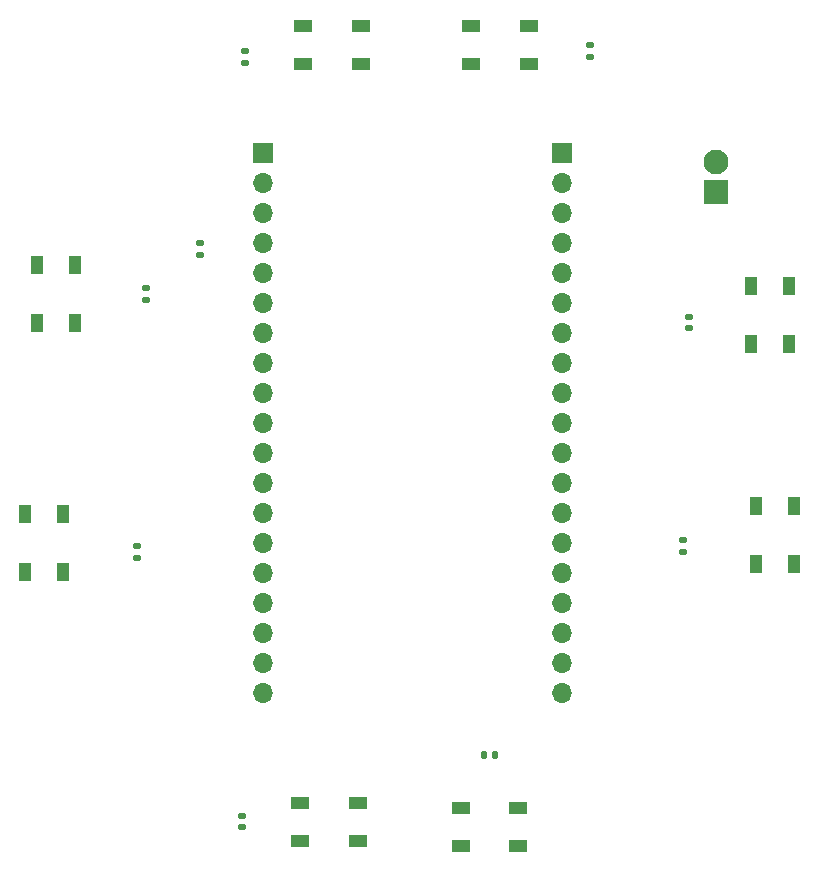
<source format=gts>
G04 #@! TF.GenerationSoftware,KiCad,Pcbnew,(6.0.8-1)-1*
G04 #@! TF.CreationDate,2023-08-07T08:14:13+01:00*
G04 #@! TF.ProjectId,LED LAMP,4c454420-4c41-44d5-902e-6b696361645f,rev?*
G04 #@! TF.SameCoordinates,Original*
G04 #@! TF.FileFunction,Soldermask,Top*
G04 #@! TF.FilePolarity,Negative*
%FSLAX46Y46*%
G04 Gerber Fmt 4.6, Leading zero omitted, Abs format (unit mm)*
G04 Created by KiCad (PCBNEW (6.0.8-1)-1) date 2023-08-07 08:14:13*
%MOMM*%
%LPD*%
G01*
G04 APERTURE LIST*
G04 Aperture macros list*
%AMRoundRect*
0 Rectangle with rounded corners*
0 $1 Rounding radius*
0 $2 $3 $4 $5 $6 $7 $8 $9 X,Y pos of 4 corners*
0 Add a 4 corners polygon primitive as box body*
4,1,4,$2,$3,$4,$5,$6,$7,$8,$9,$2,$3,0*
0 Add four circle primitives for the rounded corners*
1,1,$1+$1,$2,$3*
1,1,$1+$1,$4,$5*
1,1,$1+$1,$6,$7*
1,1,$1+$1,$8,$9*
0 Add four rect primitives between the rounded corners*
20,1,$1+$1,$2,$3,$4,$5,0*
20,1,$1+$1,$4,$5,$6,$7,0*
20,1,$1+$1,$6,$7,$8,$9,0*
20,1,$1+$1,$8,$9,$2,$3,0*%
G04 Aperture macros list end*
%ADD10R,1.500000X1.000000*%
%ADD11R,1.700000X1.700000*%
%ADD12O,1.700000X1.700000*%
%ADD13RoundRect,0.140000X0.170000X-0.140000X0.170000X0.140000X-0.170000X0.140000X-0.170000X-0.140000X0*%
%ADD14RoundRect,0.140000X0.140000X0.170000X-0.140000X0.170000X-0.140000X-0.170000X0.140000X-0.170000X0*%
%ADD15RoundRect,0.140000X-0.170000X0.140000X-0.170000X-0.140000X0.170000X-0.140000X0.170000X0.140000X0*%
%ADD16R,2.100000X2.100000*%
%ADD17C,2.100000*%
%ADD18RoundRect,0.135000X0.185000X-0.135000X0.185000X0.135000X-0.185000X0.135000X-0.185000X-0.135000X0*%
%ADD19R,1.000000X1.500000*%
G04 APERTURE END LIST*
D10*
X209968000Y-21412000D03*
X209968000Y-18212000D03*
X205068000Y-18212000D03*
X205068000Y-21412000D03*
D11*
X226942200Y-28949200D03*
D12*
X226942200Y-31489200D03*
X226942200Y-34029200D03*
X226942200Y-36569200D03*
X226942200Y-39109200D03*
X226942200Y-41649200D03*
X226942200Y-44189200D03*
X226942200Y-46729200D03*
X226942200Y-49269200D03*
X226942200Y-51809200D03*
X226942200Y-54349200D03*
X226942200Y-56889200D03*
X226942200Y-59429200D03*
X226942200Y-61969200D03*
X226942200Y-64509200D03*
X226942200Y-67049200D03*
X226942200Y-69589200D03*
X226942200Y-72129200D03*
X226942200Y-74669200D03*
D13*
X191770000Y-41374000D03*
X191770000Y-40414000D03*
D14*
X221330400Y-79908400D03*
X220370400Y-79908400D03*
D15*
X237236000Y-61750000D03*
X237236000Y-62710000D03*
X200152000Y-20348000D03*
X200152000Y-21308000D03*
D16*
X240030000Y-32258000D03*
D17*
X240030000Y-29718000D03*
D18*
X196342000Y-37594000D03*
X196342000Y-36574000D03*
D15*
X237744000Y-42801600D03*
X237744000Y-43761600D03*
D13*
X199898000Y-86050000D03*
X199898000Y-85090000D03*
D10*
X218377600Y-84455200D03*
X218377600Y-87655200D03*
X223277600Y-87655200D03*
X223277600Y-84455200D03*
D19*
X184734000Y-59526000D03*
X181534000Y-59526000D03*
X181534000Y-64426000D03*
X184734000Y-64426000D03*
X243002000Y-45122000D03*
X246202000Y-45122000D03*
X246202000Y-40222000D03*
X243002000Y-40222000D03*
D11*
X201676000Y-28956000D03*
D12*
X201676000Y-31496000D03*
X201676000Y-34036000D03*
X201676000Y-36576000D03*
X201676000Y-39116000D03*
X201676000Y-41656000D03*
X201676000Y-44196000D03*
X201676000Y-46736000D03*
X201676000Y-49276000D03*
X201676000Y-51816000D03*
X201676000Y-54356000D03*
X201676000Y-56896000D03*
X201676000Y-59436000D03*
X201676000Y-61976000D03*
X201676000Y-64516000D03*
X201676000Y-67056000D03*
X201676000Y-69596000D03*
X201676000Y-72136000D03*
X201676000Y-74676000D03*
D15*
X229362000Y-19840000D03*
X229362000Y-20800000D03*
D19*
X243408400Y-63765600D03*
X246608400Y-63765600D03*
X246608400Y-58865600D03*
X243408400Y-58865600D03*
D15*
X191008000Y-62258000D03*
X191008000Y-63218000D03*
D19*
X185750000Y-38444000D03*
X182550000Y-38444000D03*
X182550000Y-43344000D03*
X185750000Y-43344000D03*
D10*
X204814000Y-83998000D03*
X204814000Y-87198000D03*
X209714000Y-87198000D03*
X209714000Y-83998000D03*
X224192000Y-21412000D03*
X224192000Y-18212000D03*
X219292000Y-18212000D03*
X219292000Y-21412000D03*
M02*

</source>
